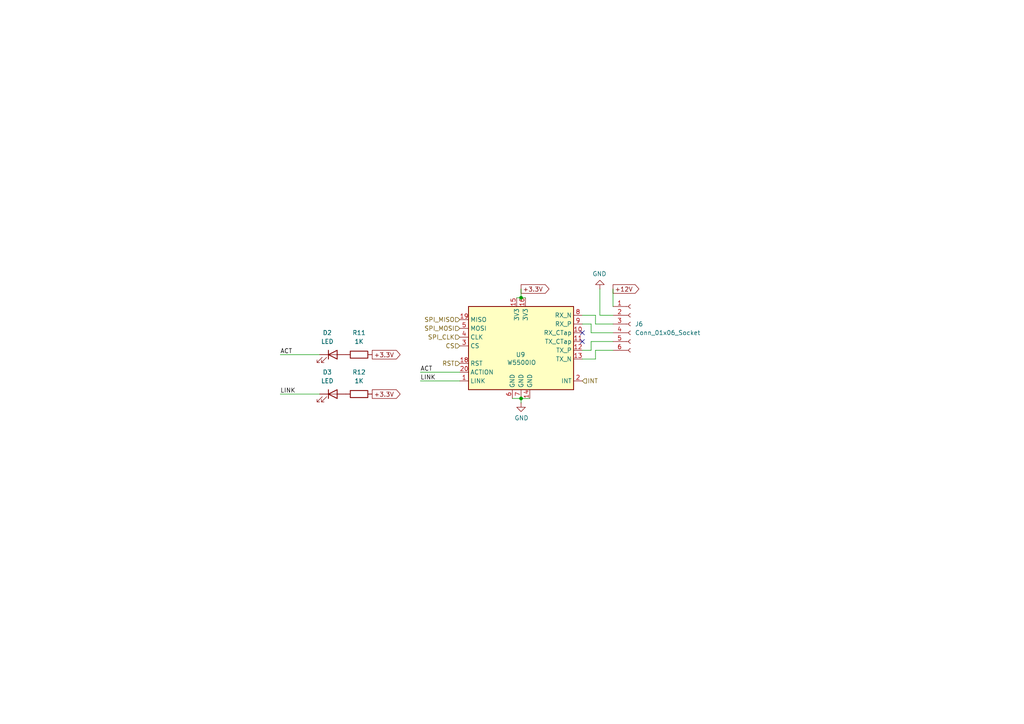
<source format=kicad_sch>
(kicad_sch (version 20250114) (generator "eeschema") (generator_version "9.0")
  (paper "A4")
  (lib_symbols
    (symbol "Connector:Conn_01x06_Socket" (pin_names (offset 1.016) (hide yes))
      (property "Reference" "J" (at 0 7.62 0))
      (property "Value" "Conn_01x06_Socket" (at 0 -10.16 0))
      (symbol "Conn_01x06_Socket_1_1"
        (polyline (pts (xy -1.27 5.08) (xy -0.508 5.08)) (stroke (width 0.1524)))
        (polyline (pts (xy -1.27 2.54) (xy -0.508 2.54)) (stroke (width 0.1524)))
        (polyline (pts (xy -1.27 0) (xy -0.508 0)) (stroke (width 0.1524)))
        (polyline (pts (xy -1.27 -2.54) (xy -0.508 -2.54)) (stroke (width 0.1524)))
        (polyline (pts (xy -1.27 -5.08) (xy -0.508 -5.08)) (stroke (width 0.1524)))
        (polyline (pts (xy -1.27 -7.62) (xy -0.508 -7.62)) (stroke (width 0.1524)))
        (arc (start 0 4.572) (mid -0.5058 5.08) (end 0 5.588) (stroke (width 0.1524)))
        (arc (start 0 2.032) (mid -0.5058 2.54) (end 0 3.048) (stroke (width 0.1524)))
        (arc (start 0 -0.508) (mid -0.5058 0) (end 0 0.508) (stroke (width 0.1524)))
        (arc (start 0 -3.048) (mid -0.5058 -2.54) (end 0 -2.032) (stroke (width 0.1524)))
        (arc (start 0 -5.588) (mid -0.5058 -5.08) (end 0 -4.572) (stroke (width 0.1524)))
        (arc (start 0 -8.128) (mid -0.5058 -7.62) (end 0 -7.112) (stroke (width 0.1524)))
        (pin passive line (at -5.08 5.08 0) (length 3.81) (name "Pin_1") (number "1"))
        (pin passive line (at -5.08 2.54 0) (length 3.81) (name "Pin_2") (number "2"))
        (pin passive line (at -5.08 0 0) (length 3.81) (name "Pin_3") (number "3"))
        (pin passive line (at -5.08 -2.54 0) (length 3.81) (name "Pin_4") (number "4"))
        (pin passive line (at -5.08 -5.08 0) (length 3.81) (name "Pin_5") (number "5"))
        (pin passive line (at -5.08 -7.62 0) (length 3.81) (name "Pin_6") (number "6"))
      )
    )
    (symbol "Device:LED" (pin_numbers (hide yes)) (pin_names (offset 1.016) (hide yes))
      (property "Reference" "D" (at 0 2.54 0))
      (property "Value" "LED" (at 0 -2.54 0))
      (symbol "LED_0_1"
        (polyline (pts (xy -3.048 -0.762) (xy -4.572 -2.286) (xy -3.81 -2.286) (xy -4.572 -2.286) (xy -4.572 -1.524)))
        (polyline (pts (xy -1.778 -0.762) (xy -3.302 -2.286) (xy -2.54 -2.286) (xy -3.302 -2.286) (xy -3.302 -1.524)))
        (polyline (pts (xy -1.27 0) (xy 1.27 0)))
        (polyline (pts (xy -1.27 -1.27) (xy -1.27 1.27)) (stroke (width 0.254)))
        (polyline (pts (xy 1.27 -1.27) (xy 1.27 1.27) (xy -1.27 0) (xy 1.27 -1.27)) (stroke (width 0.254)))
      )
      (symbol "LED_1_1"
        (pin passive line (at -3.81 0 0) (length 2.54) (name "K") (number "1"))
        (pin passive line (at 3.81 0 180) (length 2.54) (name "A") (number "2"))
      )
    )
    (symbol "Device:R" (pin_numbers (hide yes)) (pin_names (offset 0))
      (property "Reference" "R" (at 2.032 0 90))
      (property "Value" "R" (at 0 0 90))
      (symbol "R_0_1"
        (rectangle (start -1.016 -2.54) (end 1.016 2.54) (stroke (width 0.254)))
      )
      (symbol "R_1_1"
        (pin passive line (at 0 3.81 270) (length 1.27) (name "~") (number "1"))
        (pin passive line (at 0 -3.81 90) (length 1.27) (name "~") (number "2"))
      )
    )
    (symbol "Interface_USB:CH340G"
      (property "Reference" "U9" (at -1.524 -1.27 0))
      (property "Value" "W5500IO" (at -4.064 -3.556 0))
      (symbol "CH340G_0_1"
        (rectangle (start -15.24 12.7) (end 15.24 -11.43) (stroke (width 0.254)) (fill (type background)))
      )
      (symbol "CH340G_1_1"
        (pin bidirectional line (at -17.78 8.89 0) (length 2.54) (name "MISO") (number "19"))
        (pin bidirectional line (at -17.78 6.35 0) (length 2.54) (name "MOSI") (number "5"))
        (pin bidirectional line (at -17.78 3.81 0) (length 2.54) (name "CLK") (number "4"))
        (pin bidirectional line (at -17.78 1.27 0) (length 2.54) (name "CS") (number "3"))
        (pin bidirectional line (at -17.78 -3.81 0) (length 2.54) (name "RST") (number "18"))
        (pin bidirectional line (at -17.78 -6.35 0) (length 2.54) (name "ACTION") (number "20"))
        (pin bidirectional line (at -17.78 -8.89 0) (length 2.54) (name "LINK") (number "1"))
        (pin power_in line (at -2.54 -13.97 90) (length 2.54) (name "GND") (number "6"))
        (pin power_in line (at -1.27 15.24 270) (length 2.54) (name "3V3") (number "15"))
        (pin power_in line (at 0 -13.97 90) (length 2.54) (name "GND") (number "7"))
        (pin power_in line (at 1.27 15.24 270) (length 2.54) (name "3V3") (number "16"))
        (pin power_in line (at 2.54 -13.97 90) (length 2.54) (name "GND") (number "14"))
        (pin no_connect non_logic (at 5.08 15.24 270) (length 2.54) (hide yes) (name "") (number "17"))
        (pin bidirectional line (at 17.78 10.16 180) (length 2.54) (name "RX_N") (number "8"))
        (pin bidirectional line (at 17.78 7.62 180) (length 2.54) (name "RX_P") (number "9"))
        (pin bidirectional line (at 17.78 5.08 180) (length 2.54) (name "RX_CTap") (number "10"))
        (pin bidirectional line (at 17.78 2.54 180) (length 2.54) (name "TX_CTap") (number "11"))
        (pin bidirectional line (at 17.78 0 180) (length 2.54) (name "TX_P") (number "12"))
        (pin bidirectional line (at 17.78 -2.54 180) (length 2.54) (name "TX_N") (number "13"))
        (pin bidirectional line (at 17.78 -8.89 180) (length 2.54) (name "INT") (number "2"))
      )
    )
    (symbol "power:GND" (power) (pin_numbers (hide yes)) (pin_names (offset 0) (hide yes))
      (property "Value" "GND" (at 0 -3.81 0))
      (symbol "GND_0_1"
        (polyline (pts (xy 0 0) (xy 0 -1.27) (xy 1.27 -1.27) (xy 0 -2.54) (xy -1.27 -1.27) (xy 0 -1.27)))
      )
      (symbol "GND_1_1"
        (pin power_in line (at 0 0 270) (length 0) (name "~") (number "1"))
      )
    )
  )
  (junction (at 151.13 86.36))
  (junction (at 151.13 115.57))
  (no_connect (at 168.91 99.06))
  (no_connect (at 168.91 96.52))
  (wire (pts (xy 172.72 93.98) (xy 172.72 91.44)))
  (wire (pts (xy 172.72 104.14) (xy 172.72 101.6)))
  (wire (pts (xy 121.92 107.95) (xy 133.35 107.95)))
  (wire (pts (xy 173.99 83.82) (xy 173.99 91.44)))
  (wire (pts (xy 177.8 99.06) (xy 171.45 99.06)))
  (wire (pts (xy 171.45 93.98) (xy 171.45 96.52)))
  (wire (pts (xy 148.59 115.57) (xy 151.13 115.57)))
  (wire (pts (xy 168.91 104.14) (xy 172.72 104.14)))
  (wire (pts (xy 168.91 93.98) (xy 171.45 93.98)))
  (wire (pts (xy 177.8 91.44) (xy 173.99 91.44)))
  (wire (pts (xy 171.45 96.52) (xy 177.8 96.52)))
  (wire (pts (xy 177.8 83.82) (xy 177.8 88.9)))
  (wire (pts (xy 151.13 115.57) (xy 153.67 115.57)))
  (wire (pts (xy 149.86 86.36) (xy 151.13 86.36)))
  (wire (pts (xy 172.72 91.44) (xy 168.91 91.44)))
  (wire (pts (xy 151.13 115.57) (xy 151.13 116.84)))
  (wire (pts (xy 151.13 83.82) (xy 151.13 86.36)))
  (wire (pts (xy 121.92 110.49) (xy 133.35 110.49)))
  (wire (pts (xy 151.13 86.36) (xy 152.4 86.36)))
  (wire (pts (xy 171.45 101.6) (xy 168.91 101.6)))
  (wire (pts (xy 172.72 101.6) (xy 177.8 101.6)))
  (wire (pts (xy 171.45 99.06) (xy 171.45 101.6)))
  (wire (pts (xy 172.72 93.98) (xy 177.8 93.98)))
  (wire (pts (xy 81.28 102.87) (xy 92.71 102.87)))
  (wire (pts (xy 81.28 114.3) (xy 92.71 114.3)))
  (label "LINK" (at 81.28 114.3 0))
  (label "ACT" (at 121.92 107.95 0))
  (label "LINK" (at 121.92 110.49 0))
  (label "ACT" (at 81.28 102.87 0))
  (global_label "+12V" (shape output) (at 177.8 83.82 0) (property "Intersheetrefs" "${INTERSHEET_REFS}" (effects (hide yes))))
  (global_label "+3.3V" (shape output) (at 107.95 114.3 0) (property "Intersheetrefs" "${INTERSHEET_REFS}" (effects (hide yes))))
  (global_label "+3.3V" (shape output) (at 151.13 83.82 0) (property "Intersheetrefs" "${INTERSHEET_REFS}" (effects (hide yes))))
  (global_label "+3.3V" (shape output) (at 107.95 102.87 0) (property "Intersheetrefs" "${INTERSHEET_REFS}" (effects (hide yes))))
  (hierarchical_label "INT" (shape input) (at 168.91 110.49 0))
  (hierarchical_label "RST" (shape input) (at 133.35 105.41 180))
  (hierarchical_label "SPI_CLK" (shape input) (at 133.35 97.79 180))
  (hierarchical_label "SPI_MISO" (shape input) (at 133.35 92.71 180))
  (hierarchical_label "SPI_MOSI" (shape input) (at 133.35 95.25 180))
  (hierarchical_label "CS" (shape input) (at 133.35 100.33 180))
  (symbol (lib_id "Device:R") (at 104.14 102.87 90) (unit 1)
    (property "Reference" "R11" (at 104.14 96.52 90))
    (property "Value" "1K" (at 104.14 99.06 90))
    (property "Footprint" "Resistor_SMD:R_0805_2012Metric" (effects (hide yes)))
    (property "Datasheet" "https://www.hestore.hu/prod_getfile.php?id=3656" (effects (hide yes)))
    (property "Description" "Resistor" (effects (hide yes)))
    (property "Cikkszám" "100.011.57" (effects (hide yes)))
    (property "Link" "https://www.hestore.hu/prod_10001157.html" (effects (hide yes)))
  )
  (symbol (lib_id "power:GND") (at 173.99 83.82 180) (unit 1)
    (property "Reference" "#PWR033" (effects (hide yes)))
    (property "Value" "GND" (at 173.863 79.4258 0))
    (property "Description" "Power symbol creates a global label with name \"GND\" , ground" (effects (hide yes)))
  )
  (symbol (lib_id "Device:R") (at 104.14 114.3 90) (unit 1)
    (property "Reference" "R12" (at 104.14 107.95 90))
    (property "Value" "1K" (at 104.14 110.49 90))
    (property "Footprint" "Resistor_SMD:R_0805_2012Metric" (effects (hide yes)))
    (property "Datasheet" "https://www.hestore.hu/prod_getfile.php?id=3656" (effects (hide yes)))
    (property "Description" "Resistor" (effects (hide yes)))
    (property "Cikkszám" "100.011.57" (effects (hide yes)))
    (property "Link" "https://www.hestore.hu/prod_10001157.html" (effects (hide yes)))
  )
  (symbol (lib_id "Device:LED") (at 96.52 114.3 0) (unit 1)
    (property "Reference" "D3" (at 94.9325 107.95 0))
    (property "Value" "LED" (at 94.9325 110.49 0))
    (property "Footprint" "Diode_SMD:D_1206_3216Metric" (effects (hide yes)))
    (property "Datasheet" "https://www.hestore.hu/prod_getfile.php?id=19854" (effects (hide yes)))
    (property "Description" "Light emitting diode" (effects (hide yes)))
    (property "Cikkszám" "100.365.89" (effects (hide yes)))
    (property "Link" "https://www.hestore.hu/prod_10048914.html" (effects (hide yes)))
  )
  (symbol (lib_id "power:GND") (at 151.13 116.84 0) (unit 1)
    (property "Reference" "#PWR032" (effects (hide yes)))
    (property "Value" "GND" (at 151.257 121.2342 0))
    (property "Description" "Power symbol creates a global label with name \"GND\" , ground" (effects (hide yes)))
  )
  (symbol (lib_id "Connector:Conn_01x06_Socket") (at 182.88 93.98 0) (unit 1)
    (property "Reference" "J6" (at 184.15 93.9799 0) (effects (justify left)))
    (property "Value" "Conn_01x06_Socket" (at 184.15 96.5199 0) (effects (justify left)))
    (property "Footprint" "Connector_JST:JST_PH_B6B-PH-K_1x06_P2.00mm_Vertical" (effects (hide yes)))
    (property "Description" "Generic connector, single row, 01x06, script generated" (effects (hide yes)))
  )
  (symbol (lib_id "Device:LED") (at 96.52 102.87 0) (unit 1)
    (property "Reference" "D2" (at 94.9325 96.52 0))
    (property "Value" "LED" (at 94.9325 99.06 0))
    (property "Footprint" "Diode_SMD:D_1206_3216Metric" (effects (hide yes)))
    (property "Datasheet" "https://www.hestore.hu/prod_getfile.php?id=19854" (effects (hide yes)))
    (property "Description" "Light emitting diode" (effects (hide yes)))
    (property "Cikkszám" "100.365.89" (effects (hide yes)))
    (property "Link" "https://www.hestore.hu/prod_10048914.html" (effects (hide yes)))
  )
  (symbol (lib_id "Interface_USB:CH340G") (at 151.13 101.6 0) (unit 1)
    (property "Reference" "U9" (at 149.606 102.87 0) (effects (justify left)))
    (property "Value" "W5500IO" (at 147.066 105.156 0) (effects (justify left)))
    (property "Footprint" "panel:W5500-io" (effects (hide yes)))
    (property "Datasheet" "http://www.datasheet5.com/pdf-local-2195953" (effects (hide yes)))
    (property "Description" "USB serial converter, UART, SOIC-16" (effects (hide yes)))
  )
)
</source>
